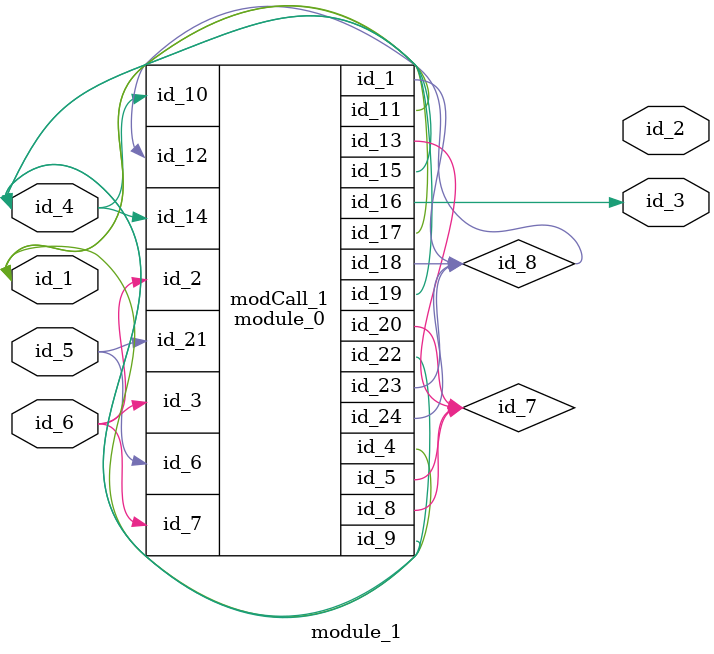
<source format=v>
module module_0 (
    id_1,
    id_2,
    id_3,
    id_4,
    id_5,
    id_6,
    id_7,
    id_8,
    id_9,
    id_10,
    id_11,
    id_12,
    id_13,
    id_14,
    id_15,
    id_16,
    id_17,
    id_18,
    id_19,
    id_20,
    id_21,
    id_22,
    id_23,
    id_24
);
  inout wire id_24;
  inout wire id_23;
  inout wire id_22;
  input wire id_21;
  inout wire id_20;
  output wire id_19;
  inout wire id_18;
  output wire id_17;
  output wire id_16;
  inout wire id_15;
  input wire id_14;
  inout wire id_13;
  input wire id_12;
  inout wire id_11;
  input wire id_10;
  inout wire id_9;
  inout wire id_8;
  input wire id_7;
  input wire id_6;
  inout wire id_5;
  inout wire id_4;
  input wire id_3;
  input wire id_2;
  inout wire id_1;
  generate
    assign id_20 = -1;
  endgenerate
  parameter id_25 = "";
endmodule
module module_1 (
    id_1,
    id_2,
    id_3,
    id_4,
    id_5,
    id_6
);
  input wire id_6;
  input wire id_5;
  inout wire id_4;
  output wire id_3;
  output wire id_2;
  inout wire id_1;
  wire id_7, id_8;
  module_0 modCall_1 (
      id_8,
      id_6,
      id_6,
      id_1,
      id_7,
      id_5,
      id_6,
      id_7,
      id_4,
      id_4,
      id_1,
      id_8,
      id_7,
      id_4,
      id_4,
      id_3,
      id_1,
      id_8,
      id_4,
      id_7,
      id_5,
      id_4,
      id_8,
      id_8
  );
endmodule

</source>
